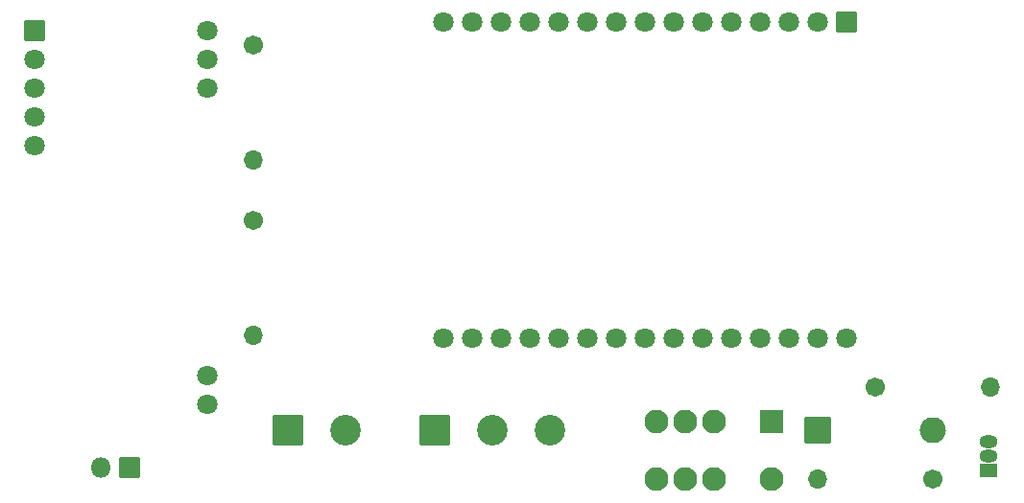
<source format=gbr>
%TF.GenerationSoftware,KiCad,Pcbnew,7.0.11+dfsg-1build4*%
%TF.CreationDate,2025-02-10T19:25:52-07:00*%
%TF.ProjectId,rfid-v2,72666964-2d76-4322-9e6b-696361645f70,rev?*%
%TF.SameCoordinates,Original*%
%TF.FileFunction,Soldermask,Top*%
%TF.FilePolarity,Negative*%
%FSLAX46Y46*%
G04 Gerber Fmt 4.6, Leading zero omitted, Abs format (unit mm)*
G04 Created by KiCad (PCBNEW 7.0.11+dfsg-1build4) date 2025-02-10 19:25:52*
%MOMM*%
%LPD*%
G01*
G04 APERTURE LIST*
G04 Aperture macros list*
%AMRoundRect*
0 Rectangle with rounded corners*
0 $1 Rounding radius*
0 $2 $3 $4 $5 $6 $7 $8 $9 X,Y pos of 4 corners*
0 Add a 4 corners polygon primitive as box body*
4,1,4,$2,$3,$4,$5,$6,$7,$8,$9,$2,$3,0*
0 Add four circle primitives for the rounded corners*
1,1,$1+$1,$2,$3*
1,1,$1+$1,$4,$5*
1,1,$1+$1,$6,$7*
1,1,$1+$1,$8,$9*
0 Add four rect primitives between the rounded corners*
20,1,$1+$1,$2,$3,$4,$5,0*
20,1,$1+$1,$4,$5,$6,$7,0*
20,1,$1+$1,$6,$7,$8,$9,0*
20,1,$1+$1,$8,$9,$2,$3,0*%
G04 Aperture macros list end*
%ADD10RoundRect,0.050800X-0.850000X0.850000X-0.850000X-0.850000X0.850000X-0.850000X0.850000X0.850000X0*%
%ADD11O,1.801600X1.801600*%
%ADD12C,1.701600*%
%ADD13O,1.701600X1.701600*%
%ADD14RoundRect,0.050800X-1.300000X-1.300000X1.300000X-1.300000X1.300000X1.300000X-1.300000X1.300000X0*%
%ADD15C,2.701600*%
%ADD16RoundRect,0.050800X-1.100000X-1.100000X1.100000X-1.100000X1.100000X1.100000X-1.100000X1.100000X0*%
%ADD17O,2.301600X2.301600*%
%ADD18RoundRect,0.050800X0.850000X0.850000X-0.850000X0.850000X-0.850000X-0.850000X0.850000X-0.850000X0*%
%ADD19C,1.801600*%
%ADD20RoundRect,0.050800X0.750000X-0.525000X0.750000X0.525000X-0.750000X0.525000X-0.750000X-0.525000X0*%
%ADD21O,1.601600X1.151600*%
%ADD22RoundRect,0.050800X0.850000X-0.850000X0.850000X0.850000X-0.850000X0.850000X-0.850000X-0.850000X0*%
%ADD23RoundRect,0.050800X-1.000000X1.000000X-1.000000X-1.000000X1.000000X-1.000000X1.000000X1.000000X0*%
%ADD24C,2.101600*%
G04 APERTURE END LIST*
D10*
%TO.C,J3*%
X110495000Y-91948000D03*
D11*
X107955000Y-91948000D03*
%TD*%
D12*
%TO.C,R1*%
X176276000Y-84836000D03*
D13*
X186436000Y-84836000D03*
%TD*%
D14*
%TO.C,J1*%
X124460000Y-88646000D03*
D15*
X129540000Y-88646000D03*
%TD*%
D16*
%TO.C,D1*%
X171196000Y-88646000D03*
D17*
X181356000Y-88646000D03*
%TD*%
D18*
%TO.C,U1*%
X173736000Y-52578000D03*
D19*
X171196000Y-52578000D03*
X168656000Y-52578000D03*
X166116000Y-52578000D03*
X163576000Y-52578000D03*
X161036000Y-52578000D03*
X158496000Y-52578000D03*
X155956000Y-52578000D03*
X153416000Y-52578000D03*
X150876000Y-52578000D03*
X148336000Y-52578000D03*
X145796000Y-52578000D03*
X143256000Y-52578000D03*
X140716000Y-52578000D03*
X138176000Y-52578000D03*
X138176000Y-80518000D03*
X140716000Y-80518000D03*
X143256000Y-80518000D03*
X145796000Y-80518000D03*
X148336000Y-80518000D03*
X150876000Y-80518000D03*
X153416000Y-80518000D03*
X155956000Y-80518000D03*
X158496000Y-80518000D03*
X161036000Y-80518000D03*
X163576000Y-80518000D03*
X166116000Y-80518000D03*
X168656000Y-80518000D03*
X171196000Y-80518000D03*
X173736000Y-80518000D03*
%TD*%
D12*
%TO.C,R4*%
X121412000Y-70104000D03*
D13*
X121412000Y-80264000D03*
%TD*%
D20*
%TO.C,Q1*%
X186288000Y-92202000D03*
D21*
X186288000Y-90932000D03*
X186288000Y-89662000D03*
%TD*%
D12*
%TO.C,R2*%
X181356000Y-92964000D03*
D13*
X171196000Y-92964000D03*
%TD*%
D14*
%TO.C,J2*%
X137414000Y-88646000D03*
D15*
X142494000Y-88646000D03*
X147574000Y-88646000D03*
%TD*%
D22*
%TO.C,U2*%
X102108000Y-53340000D03*
D19*
X102108000Y-55880000D03*
X102108000Y-58420000D03*
X102108000Y-60960000D03*
X102108000Y-63500000D03*
X117348000Y-53340000D03*
X117348000Y-55880000D03*
X117348000Y-58420000D03*
X117348000Y-83820000D03*
X117348000Y-86360000D03*
%TD*%
D23*
%TO.C,K1*%
X167132000Y-87884000D03*
D24*
X162052000Y-87884000D03*
X159512000Y-87884000D03*
X156972000Y-87884000D03*
X156972000Y-92964000D03*
X159512000Y-92964000D03*
X162052000Y-92964000D03*
X167132000Y-92964000D03*
%TD*%
D12*
%TO.C,R3*%
X121412000Y-54610000D03*
D13*
X121412000Y-64770000D03*
%TD*%
M02*

</source>
